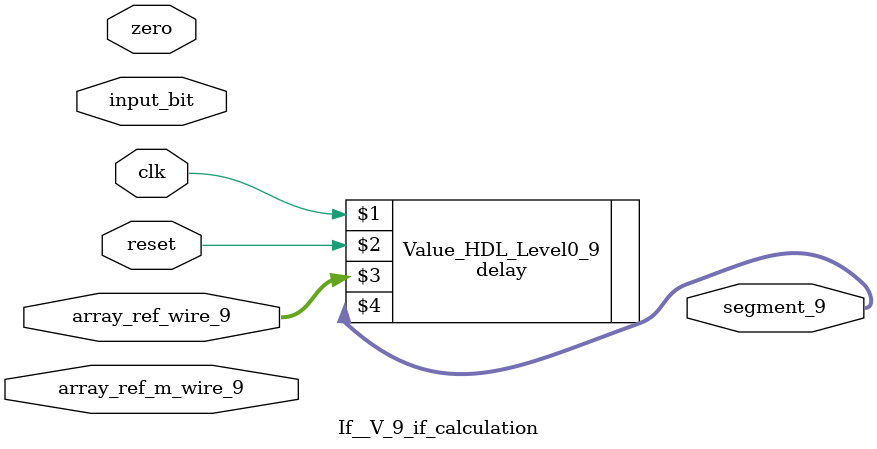
<source format=v>
module If__V_9_if_calculation(input [31:0]input_bit, input [31:0]zero, input [31:0]array_ref_wire_9, input [31:0]array_ref_m_wire_9, output [31:0]segment_9, input clk, input reset);



	//Proceed with segment_9 = delay(array_ref_wire_9) 
	wire [31:0]segment_9;
	delay Value_HDL_Level0_9 ( clk, reset, array_ref_wire_9, segment_9);




endmodule

</source>
